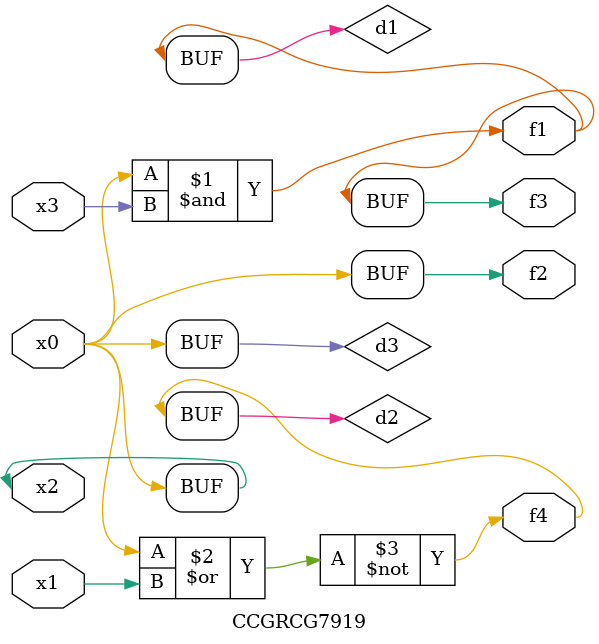
<source format=v>
module CCGRCG7919(
	input x0, x1, x2, x3,
	output f1, f2, f3, f4
);

	wire d1, d2, d3;

	and (d1, x2, x3);
	nor (d2, x0, x1);
	buf (d3, x0, x2);
	assign f1 = d1;
	assign f2 = d3;
	assign f3 = d1;
	assign f4 = d2;
endmodule

</source>
